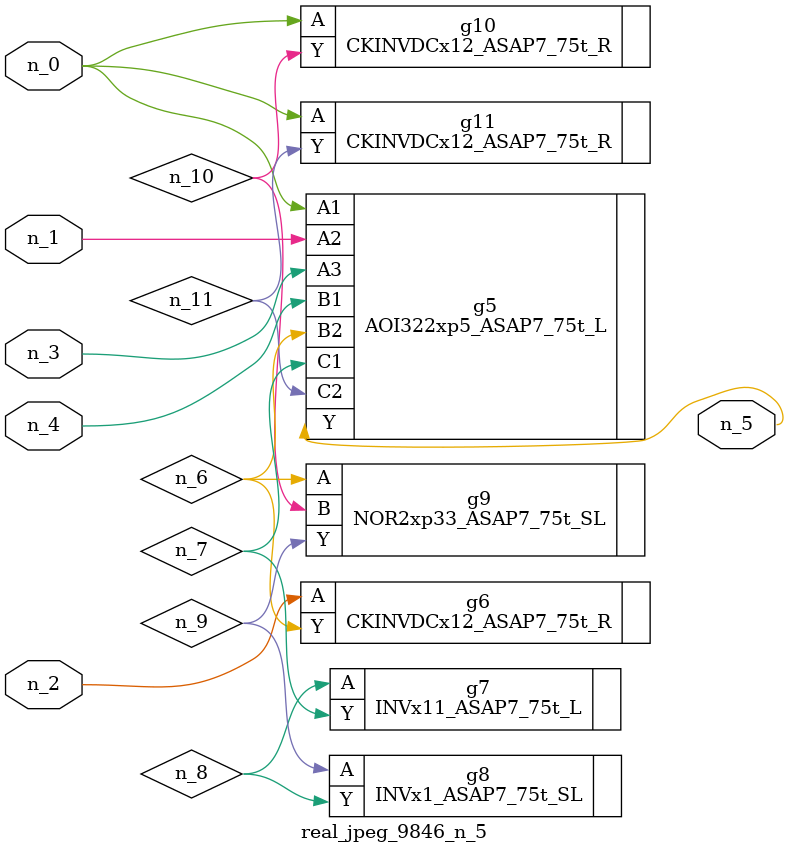
<source format=v>
module real_jpeg_9846_n_5 (n_4, n_0, n_1, n_2, n_3, n_5);

input n_4;
input n_0;
input n_1;
input n_2;
input n_3;

output n_5;

wire n_8;
wire n_11;
wire n_6;
wire n_7;
wire n_10;
wire n_9;

AOI322xp5_ASAP7_75t_L g5 ( 
.A1(n_0),
.A2(n_1),
.A3(n_3),
.B1(n_4),
.B2(n_6),
.C1(n_7),
.C2(n_11),
.Y(n_5)
);

CKINVDCx12_ASAP7_75t_R g10 ( 
.A(n_0),
.Y(n_10)
);

CKINVDCx12_ASAP7_75t_R g11 ( 
.A(n_0),
.Y(n_11)
);

CKINVDCx12_ASAP7_75t_R g6 ( 
.A(n_2),
.Y(n_6)
);

NOR2xp33_ASAP7_75t_SL g9 ( 
.A(n_6),
.B(n_10),
.Y(n_9)
);

INVx11_ASAP7_75t_L g7 ( 
.A(n_8),
.Y(n_7)
);

INVx1_ASAP7_75t_SL g8 ( 
.A(n_9),
.Y(n_8)
);


endmodule
</source>
